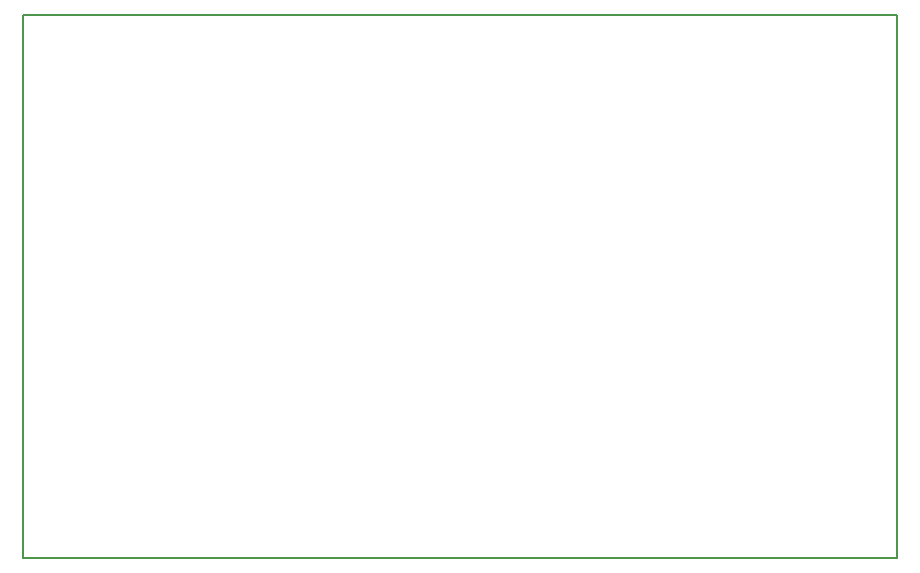
<source format=gbr>
%TF.GenerationSoftware,KiCad,Pcbnew,8.0.2*%
%TF.CreationDate,2024-07-10T14:47:37-04:00*%
%TF.ProjectId,Low-Power_PDP,4c6f772d-506f-4776-9572-5f5044502e6b,rev?*%
%TF.SameCoordinates,Original*%
%TF.FileFunction,Profile,NP*%
%FSLAX46Y46*%
G04 Gerber Fmt 4.6, Leading zero omitted, Abs format (unit mm)*
G04 Created by KiCad (PCBNEW 8.0.2) date 2024-07-10 14:47:37*
%MOMM*%
%LPD*%
G01*
G04 APERTURE LIST*
%TA.AperFunction,Profile*%
%ADD10C,0.200000*%
%TD*%
G04 APERTURE END LIST*
D10*
X48500000Y-23000000D02*
X122500000Y-23000000D01*
X122500000Y-69000000D01*
X48500000Y-69000000D01*
X48500000Y-23000000D01*
M02*

</source>
